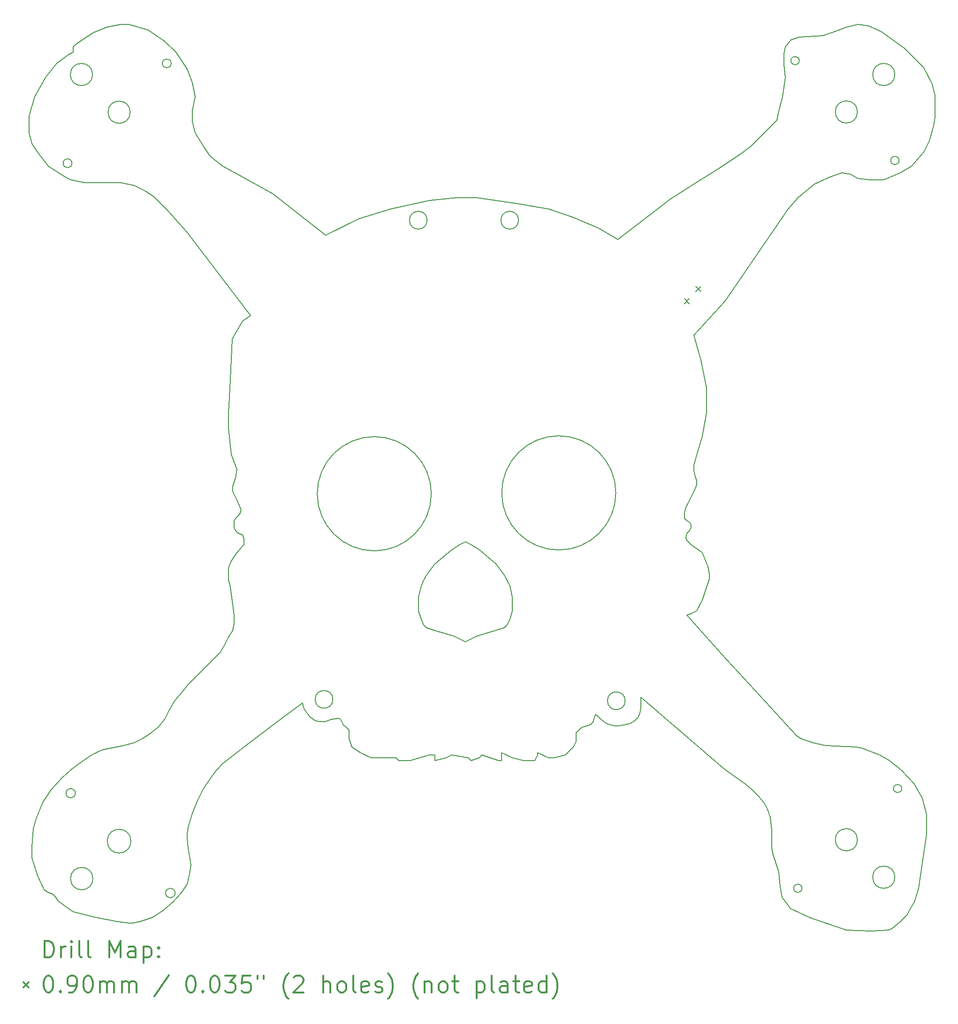
<source format=gbr>
%FSLAX45Y45*%
G04 Gerber Fmt 4.5, Leading zero omitted, Abs format (unit mm)*
G04 Created by KiCad (PCBNEW (5.0.0-rc2-dev-26-g0d794b2)) date Sunday, July 01, 2018 at 08:50:20 PM*
%MOMM*%
%LPD*%
G01*
G04 APERTURE LIST*
%ADD10C,0.150000*%
%ADD11C,0.200000*%
%ADD12C,0.300000*%
G04 APERTURE END LIST*
D10*
X9482911Y-16333216D02*
X9025000Y-16675000D01*
X9492911Y-16393216D02*
X9482911Y-16333216D01*
X9512911Y-16433216D02*
X9492911Y-16393216D01*
X9552911Y-16503216D02*
X9512911Y-16433216D01*
X9622911Y-16583216D02*
X9552911Y-16503216D01*
X9712911Y-16653216D02*
X9622911Y-16583216D01*
X9792911Y-16673216D02*
X9712911Y-16653216D01*
X9892911Y-16673216D02*
X9792911Y-16673216D01*
X10012911Y-16623216D02*
X9892911Y-16673216D01*
X10132911Y-16613216D02*
X10012911Y-16623216D01*
X10175000Y-16625000D02*
X10132911Y-16613216D01*
X14802911Y-16563216D02*
X14772911Y-16543216D01*
X14852911Y-16613216D02*
X14802911Y-16563216D01*
X14912911Y-16663216D02*
X14852911Y-16613216D01*
X14952911Y-16693216D02*
X14912911Y-16663216D01*
X15012911Y-16723216D02*
X14952911Y-16693216D01*
X15112911Y-16743216D02*
X15012911Y-16723216D01*
X15192911Y-16743216D02*
X15112911Y-16743216D01*
X15282911Y-16733216D02*
X15192911Y-16743216D01*
X15392911Y-16703216D02*
X15282911Y-16733216D01*
X15482911Y-16653216D02*
X15392911Y-16703216D01*
X15542911Y-16593216D02*
X15482911Y-16653216D01*
X15572911Y-16513216D02*
X15542911Y-16593216D01*
X15592911Y-16423216D02*
X15572911Y-16513216D01*
X15593911Y-16226157D02*
X15592911Y-16423216D01*
X14772911Y-16543216D02*
X14725000Y-16675000D01*
X17100000Y-17525000D02*
X15593911Y-16226216D01*
X10032911Y-16268216D02*
G75*
G03X10032911Y-16268216I-160000J0D01*
G01*
X15307911Y-16293216D02*
G75*
G03X15307911Y-16293216I-160000J0D01*
G01*
X17102911Y-9093216D02*
X16550000Y-9700000D01*
X18250000Y-7425000D02*
X17102911Y-9093216D01*
X8175000Y-10675000D02*
X8215411Y-9770716D01*
X8400000Y-9450000D02*
X8215411Y-9770716D01*
X18630411Y-20203216D02*
X19300000Y-20425000D01*
X18075000Y-19350000D02*
X18077911Y-19388216D01*
X18292911Y-20035716D02*
X18630411Y-20203216D01*
X18142911Y-19833216D02*
X18292911Y-20035716D01*
X18105411Y-19648216D02*
X18142911Y-19833216D01*
X18077911Y-19388216D02*
X18105411Y-19648216D01*
X17875000Y-18250000D02*
X17925000Y-18400000D01*
X17950000Y-18625000D02*
X17950000Y-18950000D01*
X17950000Y-18950000D02*
X17975000Y-19075000D01*
X17975000Y-19075000D02*
X18075000Y-19350000D01*
X18050000Y-5825000D02*
X18075000Y-5700000D01*
X17575000Y-6300000D02*
X18050000Y-5825000D01*
X20900000Y-5375000D02*
X20900000Y-5775000D01*
X18425000Y-7225000D02*
X18250000Y-7425000D01*
X18725000Y-6975000D02*
X18425000Y-7225000D01*
X19000000Y-6850000D02*
X18725000Y-6975000D01*
X19225000Y-6775000D02*
X19000000Y-6850000D01*
X19375000Y-6800000D02*
X19225000Y-6775000D01*
X19500000Y-6875000D02*
X19375000Y-6800000D01*
X19725000Y-6900000D02*
X19500000Y-6875000D01*
X19975000Y-6900000D02*
X19725000Y-6900000D01*
X20275000Y-6775000D02*
X19975000Y-6900000D01*
X20475000Y-6650000D02*
X20275000Y-6775000D01*
X20700000Y-6400000D02*
X20475000Y-6650000D01*
X20800000Y-6200000D02*
X20700000Y-6400000D01*
X20875000Y-5925000D02*
X20800000Y-6200000D01*
X20900000Y-5775000D02*
X20875000Y-5925000D01*
X20850000Y-5175000D02*
X20900000Y-5375000D01*
X20700000Y-4875000D02*
X20850000Y-5175000D01*
X20350000Y-4525000D02*
X20700000Y-4875000D01*
X19925000Y-4225000D02*
X20350000Y-4525000D01*
X19700000Y-4125000D02*
X19925000Y-4225000D01*
X19500000Y-4100000D02*
X19700000Y-4125000D01*
X19300000Y-4150000D02*
X19500000Y-4100000D01*
X19100000Y-4225000D02*
X19300000Y-4150000D01*
X18875000Y-4300000D02*
X19100000Y-4225000D01*
X18450000Y-4325000D02*
X18875000Y-4300000D01*
X18300000Y-4375000D02*
X18450000Y-4325000D01*
X18200000Y-4500000D02*
X18300000Y-4375000D01*
X18175000Y-4625000D02*
X18200000Y-4500000D01*
X18175000Y-4825000D02*
X18175000Y-4625000D01*
X18200000Y-5050000D02*
X18175000Y-4825000D01*
X18150000Y-5400000D02*
X18200000Y-5050000D01*
X18075000Y-5700000D02*
X18150000Y-5400000D01*
X18450000Y-4750000D02*
G75*
G03X18450000Y-4750000I-75000J0D01*
G01*
X20175000Y-5000000D02*
G75*
G03X20175000Y-5000000I-200000J0D01*
G01*
X20250000Y-6550000D02*
G75*
G03X20250000Y-6550000I-75000J0D01*
G01*
X19500000Y-5675000D02*
G75*
G03X19500000Y-5675000I-200000J0D01*
G01*
X17400000Y-6425000D02*
X17575000Y-6300000D01*
X17175000Y-6575000D02*
X17400000Y-6425000D01*
X17000000Y-6700000D02*
X17175000Y-6575000D01*
X16550000Y-6975000D02*
X17000000Y-6700000D01*
X16125000Y-7250000D02*
X16550000Y-6975000D01*
X15175000Y-7975000D02*
X16125000Y-7250000D01*
X19750000Y-20450000D02*
X19300000Y-20425000D01*
X20050000Y-20425000D02*
X19750000Y-20450000D01*
X16500000Y-14725000D02*
X16600000Y-14675000D01*
X16425000Y-14750000D02*
X16500000Y-14725000D01*
X17050000Y-15450000D02*
X16425000Y-14750000D01*
X17650000Y-16100000D02*
X17050000Y-15450000D01*
X18400000Y-16925000D02*
X17650000Y-16100000D01*
X18475000Y-16975000D02*
X18400000Y-16925000D01*
X18700000Y-17050000D02*
X18475000Y-16975000D01*
X18925000Y-17100000D02*
X18700000Y-17050000D01*
X19475000Y-17125000D02*
X18925000Y-17100000D01*
X19600000Y-17150000D02*
X19475000Y-17125000D01*
X19900000Y-17275000D02*
X19600000Y-17150000D01*
X20075000Y-17375000D02*
X19900000Y-17275000D01*
X20300000Y-17550000D02*
X20075000Y-17375000D01*
X20525000Y-17800000D02*
X20300000Y-17550000D01*
X20675000Y-18050000D02*
X20525000Y-17800000D01*
X20750000Y-18350000D02*
X20675000Y-18050000D01*
X20750000Y-18700000D02*
X20750000Y-18350000D01*
X20600000Y-19675000D02*
X20750000Y-18700000D01*
X20525000Y-19925000D02*
X20600000Y-19675000D01*
X20450000Y-20050000D02*
X20525000Y-19925000D01*
X20400000Y-20150000D02*
X20450000Y-20050000D01*
X20275000Y-20275000D02*
X20400000Y-20150000D01*
X20125000Y-20400000D02*
X20275000Y-20275000D01*
X20050000Y-20425000D02*
X20125000Y-20400000D01*
X17925000Y-18400000D02*
X17950000Y-18625000D01*
X17825000Y-18150000D02*
X17875000Y-18250000D01*
X17725000Y-18025000D02*
X17825000Y-18150000D01*
X17600000Y-17900000D02*
X17725000Y-18025000D01*
X17475000Y-17800000D02*
X17600000Y-17900000D01*
X17275000Y-17650000D02*
X17475000Y-17800000D01*
X17100000Y-17525000D02*
X17275000Y-17650000D01*
X8500000Y-17075000D02*
X9025000Y-16675000D01*
X8050000Y-17425000D02*
X8500000Y-17075000D01*
X7925000Y-17550000D02*
X8050000Y-17425000D01*
X7850000Y-17650000D02*
X7925000Y-17550000D01*
X7700000Y-17875000D02*
X7850000Y-17650000D01*
X7600000Y-18075000D02*
X7700000Y-17875000D01*
X7500000Y-18325000D02*
X7600000Y-18075000D01*
X7425000Y-18575000D02*
X7500000Y-18325000D01*
X7400000Y-18700000D02*
X7425000Y-18575000D01*
X7400000Y-18775000D02*
X7400000Y-18700000D01*
X7425000Y-18950000D02*
X7400000Y-18775000D01*
X7450000Y-19100000D02*
X7425000Y-18950000D01*
X7475000Y-19250000D02*
X7450000Y-19100000D01*
X7450000Y-19425000D02*
X7475000Y-19250000D01*
X7400000Y-19600000D02*
X7450000Y-19425000D01*
X7300000Y-19750000D02*
X7400000Y-19600000D01*
X7150000Y-19925000D02*
X7300000Y-19750000D01*
X6975000Y-20075000D02*
X7150000Y-19925000D01*
X6775000Y-20200000D02*
X6975000Y-20075000D01*
X6550000Y-20275000D02*
X6775000Y-20200000D01*
X6425000Y-20300000D02*
X6550000Y-20275000D01*
X6350000Y-20300000D02*
X6425000Y-20300000D01*
X6150000Y-20275000D02*
X6350000Y-20300000D01*
X5750000Y-20200000D02*
X6150000Y-20275000D01*
X5350000Y-20100000D02*
X5750000Y-20200000D01*
X5200000Y-20000000D02*
X5350000Y-20100000D01*
X5075000Y-19900000D02*
X5200000Y-20000000D01*
X5025000Y-19825000D02*
X5075000Y-19900000D01*
X4975000Y-19775000D02*
X5025000Y-19825000D01*
X4900000Y-19750000D02*
X4975000Y-19775000D01*
X4825000Y-19700000D02*
X4900000Y-19750000D01*
X4700000Y-19450000D02*
X4825000Y-19700000D01*
X4600000Y-19125000D02*
X4700000Y-19450000D01*
X4600000Y-18925000D02*
X4600000Y-19125000D01*
X4625000Y-18600000D02*
X4600000Y-18925000D01*
X4675000Y-18425000D02*
X4625000Y-18600000D01*
X4800000Y-18125000D02*
X4675000Y-18425000D01*
X4950000Y-17900000D02*
X4800000Y-18125000D01*
X5150000Y-17675000D02*
X4950000Y-17900000D01*
X5325000Y-17525000D02*
X5150000Y-17675000D01*
X5425000Y-17450000D02*
X5325000Y-17525000D01*
X5675000Y-17275000D02*
X5425000Y-17450000D01*
X5875000Y-17175000D02*
X5675000Y-17275000D01*
X6000000Y-17150000D02*
X5875000Y-17175000D01*
X6250000Y-17100000D02*
X6000000Y-17150000D01*
X6450000Y-17050000D02*
X6250000Y-17100000D01*
X6600000Y-16975000D02*
X6450000Y-17050000D01*
X6750000Y-16875000D02*
X6600000Y-16975000D01*
X6875000Y-16775000D02*
X6750000Y-16875000D01*
X7000000Y-16625000D02*
X6875000Y-16775000D01*
X7075000Y-16475000D02*
X7000000Y-16625000D01*
X7175000Y-16300000D02*
X7075000Y-16475000D01*
X7275000Y-16175000D02*
X7175000Y-16300000D01*
X7425000Y-16000000D02*
X7275000Y-16175000D01*
X7650000Y-15775000D02*
X7425000Y-16000000D01*
X8000000Y-15425000D02*
X7650000Y-15775000D01*
X8075000Y-15300000D02*
X8000000Y-15425000D01*
X8150000Y-15150000D02*
X8075000Y-15300000D01*
X10500000Y-7600000D02*
X11075000Y-7425000D01*
X9900000Y-7900000D02*
X10500000Y-7600000D01*
X8550000Y-9350000D02*
X8400000Y-9450000D01*
X7400000Y-7850000D02*
X8550000Y-9350000D01*
X7050000Y-7450000D02*
X7400000Y-7850000D01*
X6800000Y-7200000D02*
X7050000Y-7450000D01*
X6650000Y-7100000D02*
X6800000Y-7200000D01*
X6450000Y-7000000D02*
X6650000Y-7100000D01*
X6200000Y-6950000D02*
X6450000Y-7000000D01*
X6100000Y-6950000D02*
X6200000Y-6950000D01*
X5550000Y-6950000D02*
X6100000Y-6950000D01*
X5300000Y-6900000D02*
X5550000Y-6950000D01*
X5200000Y-6850000D02*
X5300000Y-6900000D01*
X4900000Y-6650000D02*
X5200000Y-6850000D01*
X4700000Y-6400000D02*
X4900000Y-6650000D01*
X4600000Y-6250000D02*
X4700000Y-6400000D01*
X4550000Y-6050000D02*
X4600000Y-6250000D01*
X4550000Y-5750000D02*
X4550000Y-6050000D01*
X4650000Y-5400000D02*
X4550000Y-5750000D01*
X4850000Y-5050000D02*
X4650000Y-5400000D01*
X5050000Y-4800000D02*
X4850000Y-5050000D01*
X5250000Y-4650000D02*
X5050000Y-4800000D01*
X5350000Y-4600000D02*
X5250000Y-4650000D01*
X5350000Y-4550000D02*
X5350000Y-4600000D01*
X5350000Y-4500000D02*
X5350000Y-4550000D01*
X5400000Y-4450000D02*
X5350000Y-4500000D01*
X5700000Y-4250000D02*
X5400000Y-4450000D01*
X5950000Y-4150000D02*
X5700000Y-4250000D01*
X6200000Y-4100000D02*
X5950000Y-4150000D01*
X6350000Y-4100000D02*
X6200000Y-4100000D01*
X6700000Y-4200000D02*
X6350000Y-4100000D01*
X7000000Y-4400000D02*
X6700000Y-4200000D01*
X7200000Y-4600000D02*
X7000000Y-4400000D01*
X7400000Y-4900000D02*
X7200000Y-4600000D01*
X7500000Y-5150000D02*
X7400000Y-4900000D01*
X7550000Y-5400000D02*
X7500000Y-5150000D01*
X7500000Y-5650000D02*
X7550000Y-5400000D01*
X7500000Y-5850000D02*
X7500000Y-5650000D01*
X7550000Y-6050000D02*
X7500000Y-5850000D01*
X7700000Y-6300000D02*
X7550000Y-6050000D01*
X7800000Y-6450000D02*
X7700000Y-6300000D01*
X7850000Y-6500000D02*
X7800000Y-6450000D01*
X8050000Y-6650000D02*
X7850000Y-6500000D01*
X8400000Y-6850000D02*
X8050000Y-6650000D01*
X8950000Y-7150000D02*
X8400000Y-6850000D01*
X9900000Y-7900000D02*
X8950000Y-7150000D01*
X8225000Y-15025000D02*
X8150000Y-15150000D01*
X20175000Y-19475000D02*
G75*
G03X20175000Y-19475000I-200000J0D01*
G01*
X19500000Y-18800000D02*
G75*
G03X19500000Y-18800000I-200000J0D01*
G01*
X18500000Y-19675000D02*
G75*
G03X18500000Y-19675000I-75000J0D01*
G01*
X20300000Y-17875000D02*
G75*
G03X20300000Y-17875000I-75000J0D01*
G01*
X5384853Y-17960000D02*
G75*
G03X5384853Y-17960000I-84853J0D01*
G01*
X7186023Y-19760000D02*
G75*
G03X7186023Y-19760000I-86023J0D01*
G01*
X6388600Y-18825000D02*
G75*
G03X6388600Y-18825000I-213600J0D01*
G01*
X5701556Y-19500000D02*
G75*
G03X5701556Y-19500000I-201556J0D01*
G01*
X5695000Y-5000000D02*
G75*
G03X5695000Y-5000000I-200000J0D01*
G01*
X6375000Y-5680000D02*
G75*
G03X6375000Y-5680000I-200000J0D01*
G01*
X7115000Y-4800000D02*
G75*
G03X7115000Y-4800000I-80000J0D01*
G01*
X5325000Y-6600000D02*
G75*
G03X5325000Y-6600000I-80000J0D01*
G01*
X16675000Y-10150000D02*
X16550000Y-9700000D01*
X16775000Y-10650000D02*
X16675000Y-10150000D01*
X16775000Y-11100000D02*
X16775000Y-10650000D01*
X16700000Y-11525000D02*
X16775000Y-11100000D01*
X16625000Y-11775000D02*
X16700000Y-11525000D01*
X16575000Y-11950000D02*
X16625000Y-11775000D01*
X16550000Y-12050000D02*
X16575000Y-11950000D01*
X16550000Y-12150000D02*
X16550000Y-12050000D01*
X16575000Y-12250000D02*
X16550000Y-12150000D01*
X16600000Y-12325000D02*
X16575000Y-12250000D01*
X16600000Y-12400000D02*
X16600000Y-12325000D01*
X16550000Y-12525000D02*
X16600000Y-12400000D01*
X16450000Y-12725000D02*
X16550000Y-12525000D01*
X16400000Y-12800000D02*
X16450000Y-12725000D01*
X16375000Y-12900000D02*
X16400000Y-12800000D01*
X16375000Y-13000000D02*
X16375000Y-12900000D01*
X16425000Y-13050000D02*
X16375000Y-13000000D01*
X16475000Y-13075000D02*
X16425000Y-13050000D01*
X16500000Y-13125000D02*
X16475000Y-13075000D01*
X16500000Y-13175000D02*
X16500000Y-13125000D01*
X16475000Y-13225000D02*
X16500000Y-13175000D01*
X16450000Y-13250000D02*
X16475000Y-13225000D01*
X16425000Y-13275000D02*
X16450000Y-13250000D01*
X16400000Y-13350000D02*
X16425000Y-13275000D01*
X16425000Y-13400000D02*
X16400000Y-13350000D01*
X16500000Y-13475000D02*
X16425000Y-13400000D01*
X16700000Y-13625000D02*
X16500000Y-13475000D01*
X16800000Y-13875000D02*
X16700000Y-13625000D01*
X16825000Y-14000000D02*
X16800000Y-13875000D01*
X16825000Y-14100000D02*
X16825000Y-14000000D01*
X16700000Y-14475000D02*
X16825000Y-14100000D01*
X16600000Y-14675000D02*
X16700000Y-14475000D01*
X8250000Y-14900000D02*
X8225000Y-15025000D01*
X8250000Y-14750000D02*
X8250000Y-14900000D01*
X8225000Y-14550000D02*
X8250000Y-14750000D01*
X8200000Y-14375000D02*
X8225000Y-14550000D01*
X8175000Y-14200000D02*
X8200000Y-14375000D01*
X8150000Y-14125000D02*
X8175000Y-14200000D01*
X8150000Y-14000000D02*
X8150000Y-14125000D01*
X8150000Y-13900000D02*
X8150000Y-14000000D01*
X8200000Y-13775000D02*
X8150000Y-13900000D01*
X8300000Y-13625000D02*
X8200000Y-13775000D01*
X8425000Y-13475000D02*
X8300000Y-13625000D01*
X8425000Y-13375000D02*
X8425000Y-13475000D01*
X8400000Y-13300000D02*
X8425000Y-13375000D01*
X8325000Y-13275000D02*
X8400000Y-13300000D01*
X8275000Y-13225000D02*
X8325000Y-13275000D01*
X8250000Y-13175000D02*
X8275000Y-13225000D01*
X8250000Y-13125000D02*
X8250000Y-13175000D01*
X8250000Y-13050000D02*
X8250000Y-13125000D01*
X8300000Y-12975000D02*
X8250000Y-13050000D01*
X8350000Y-12925000D02*
X8300000Y-12975000D01*
X8375000Y-12850000D02*
X8350000Y-12925000D01*
X8300000Y-12675000D02*
X8375000Y-12850000D01*
X8225000Y-12525000D02*
X8300000Y-12675000D01*
X8225000Y-12425000D02*
X8225000Y-12525000D01*
X8275000Y-12275000D02*
X8225000Y-12425000D01*
X8300000Y-12125000D02*
X8275000Y-12275000D01*
X8200000Y-11850000D02*
X8300000Y-12125000D01*
X8150000Y-11375000D02*
X8200000Y-11850000D01*
X8150000Y-11100000D02*
X8150000Y-11375000D01*
X8175000Y-10675000D02*
X8150000Y-11100000D01*
X13384510Y-7627620D02*
G75*
G03X13384510Y-7627620I-160000J0D01*
G01*
X11734780Y-7627620D02*
G75*
G03X11734780Y-7627620I-160000J0D01*
G01*
X14675000Y-16725000D02*
X14725000Y-16675000D01*
X14525000Y-16775000D02*
X14675000Y-16725000D01*
X14475000Y-16825000D02*
X14525000Y-16775000D01*
X14425000Y-16875000D02*
X14475000Y-16825000D01*
X14425000Y-17025000D02*
X14425000Y-16875000D01*
X14375000Y-17125000D02*
X14425000Y-17025000D01*
X14225000Y-17275000D02*
X14375000Y-17125000D01*
X14025000Y-17325000D02*
X14225000Y-17275000D01*
X13925000Y-17325000D02*
X14025000Y-17325000D01*
X13725000Y-17225000D02*
X13925000Y-17325000D01*
X13725000Y-17275000D02*
X13725000Y-17225000D01*
X13675000Y-17375000D02*
X13725000Y-17275000D01*
X13625000Y-17375000D02*
X13675000Y-17375000D01*
X13475000Y-17375000D02*
X13625000Y-17375000D01*
X13275000Y-17325000D02*
X13475000Y-17375000D01*
X13075000Y-17225000D02*
X13275000Y-17325000D01*
X13075000Y-17375000D02*
X13075000Y-17225000D01*
X13025000Y-17375000D02*
X13075000Y-17375000D01*
X12725000Y-17275000D02*
X13025000Y-17375000D01*
X12675000Y-17325000D02*
X12725000Y-17275000D01*
X12525000Y-17375000D02*
X12675000Y-17325000D01*
X12475000Y-17325000D02*
X12525000Y-17375000D01*
X12175000Y-17275000D02*
X12475000Y-17325000D01*
X12075000Y-17325000D02*
X12175000Y-17275000D01*
X11875000Y-17375000D02*
X12075000Y-17325000D01*
X11875000Y-17275000D02*
X11875000Y-17375000D01*
X11775000Y-17275000D02*
X11875000Y-17275000D01*
X11425000Y-17375000D02*
X11775000Y-17275000D01*
X11225000Y-17375000D02*
X11425000Y-17375000D01*
X11175000Y-17325000D02*
X11225000Y-17375000D01*
X11075000Y-17325000D02*
X11175000Y-17325000D01*
X10725000Y-17325000D02*
X11075000Y-17325000D01*
X10525000Y-17225000D02*
X10725000Y-17325000D01*
X10375000Y-17125000D02*
X10525000Y-17225000D01*
X10325000Y-16975000D02*
X10375000Y-17125000D01*
X10325000Y-16825000D02*
X10325000Y-16975000D01*
X10275000Y-16775000D02*
X10325000Y-16825000D01*
X10225000Y-16725000D02*
X10275000Y-16775000D01*
X10175000Y-16625000D02*
X10225000Y-16725000D01*
X11775000Y-7275000D02*
X11075000Y-7425000D01*
X12275000Y-7225000D02*
X11775000Y-7275000D01*
X12475000Y-7225000D02*
X12275000Y-7225000D01*
X12625000Y-7225000D02*
X12475000Y-7225000D01*
X13325000Y-7325000D02*
X12625000Y-7225000D01*
X13925000Y-7425000D02*
X13325000Y-7325000D01*
X14375000Y-7575000D02*
X13925000Y-7425000D01*
X14825000Y-7775000D02*
X14375000Y-7575000D01*
X15175000Y-7975000D02*
X14825000Y-7775000D01*
X12425680Y-15232380D02*
X12225000Y-15125000D01*
X12625000Y-15125000D02*
X12425680Y-15232380D01*
X13125000Y-14975000D02*
X12625000Y-15125000D01*
X13175000Y-14925000D02*
X13125000Y-14975000D01*
X13225000Y-14825000D02*
X13175000Y-14925000D01*
X13275000Y-14675000D02*
X13225000Y-14825000D01*
X13275000Y-14425000D02*
X13275000Y-14675000D01*
X13225000Y-14225000D02*
X13275000Y-14425000D01*
X13125000Y-14025000D02*
X13225000Y-14225000D01*
X12975000Y-13825000D02*
X13125000Y-14025000D01*
X12675000Y-13575000D02*
X12975000Y-13825000D01*
X12525000Y-13475000D02*
X12675000Y-13575000D01*
X12425000Y-13425000D02*
X12525000Y-13475000D01*
X11875000Y-15025000D02*
X12225000Y-15125000D01*
X11725000Y-14975000D02*
X11875000Y-15025000D01*
X11675000Y-14925000D02*
X11725000Y-14975000D01*
X11625000Y-14825000D02*
X11675000Y-14925000D01*
X11575000Y-14675000D02*
X11625000Y-14825000D01*
X11575000Y-14525000D02*
X11575000Y-14675000D01*
X11575000Y-14425000D02*
X11575000Y-14525000D01*
X11625000Y-14225000D02*
X11575000Y-14425000D01*
X11675000Y-14125000D02*
X11625000Y-14225000D01*
X11725000Y-14025000D02*
X11675000Y-14125000D01*
X11875000Y-13825000D02*
X11725000Y-14025000D01*
X12175000Y-13575000D02*
X11875000Y-13825000D01*
X12325000Y-13475000D02*
X12175000Y-13575000D01*
X12425000Y-13425000D02*
X12325000Y-13475000D01*
X15139563Y-12545000D02*
G75*
G03X15139563Y-12545000I-1029563J0D01*
G01*
X11809563Y-12560000D02*
G75*
G03X11809563Y-12560000I-1029563J0D01*
G01*
D11*
X16377341Y-9040357D02*
X16467341Y-9130357D01*
X16467341Y-9040357D02*
X16377341Y-9130357D01*
X16581174Y-8820238D02*
X16671174Y-8910238D01*
X16671174Y-8820238D02*
X16581174Y-8910238D01*
D12*
X4828928Y-20923214D02*
X4828928Y-20623214D01*
X4900357Y-20623214D01*
X4943214Y-20637500D01*
X4971786Y-20666072D01*
X4986071Y-20694643D01*
X5000357Y-20751786D01*
X5000357Y-20794643D01*
X4986071Y-20851786D01*
X4971786Y-20880357D01*
X4943214Y-20908929D01*
X4900357Y-20923214D01*
X4828928Y-20923214D01*
X5128928Y-20923214D02*
X5128928Y-20723214D01*
X5128928Y-20780357D02*
X5143214Y-20751786D01*
X5157500Y-20737500D01*
X5186071Y-20723214D01*
X5214643Y-20723214D01*
X5314643Y-20923214D02*
X5314643Y-20723214D01*
X5314643Y-20623214D02*
X5300357Y-20637500D01*
X5314643Y-20651786D01*
X5328928Y-20637500D01*
X5314643Y-20623214D01*
X5314643Y-20651786D01*
X5500357Y-20923214D02*
X5471786Y-20908929D01*
X5457500Y-20880357D01*
X5457500Y-20623214D01*
X5657500Y-20923214D02*
X5628928Y-20908929D01*
X5614643Y-20880357D01*
X5614643Y-20623214D01*
X6000357Y-20923214D02*
X6000357Y-20623214D01*
X6100357Y-20837500D01*
X6200357Y-20623214D01*
X6200357Y-20923214D01*
X6471786Y-20923214D02*
X6471786Y-20766072D01*
X6457500Y-20737500D01*
X6428928Y-20723214D01*
X6371786Y-20723214D01*
X6343214Y-20737500D01*
X6471786Y-20908929D02*
X6443214Y-20923214D01*
X6371786Y-20923214D01*
X6343214Y-20908929D01*
X6328928Y-20880357D01*
X6328928Y-20851786D01*
X6343214Y-20823214D01*
X6371786Y-20808929D01*
X6443214Y-20808929D01*
X6471786Y-20794643D01*
X6614643Y-20723214D02*
X6614643Y-21023214D01*
X6614643Y-20737500D02*
X6643214Y-20723214D01*
X6700357Y-20723214D01*
X6728928Y-20737500D01*
X6743214Y-20751786D01*
X6757500Y-20780357D01*
X6757500Y-20866072D01*
X6743214Y-20894643D01*
X6728928Y-20908929D01*
X6700357Y-20923214D01*
X6643214Y-20923214D01*
X6614643Y-20908929D01*
X6886071Y-20894643D02*
X6900357Y-20908929D01*
X6886071Y-20923214D01*
X6871786Y-20908929D01*
X6886071Y-20894643D01*
X6886071Y-20923214D01*
X6886071Y-20737500D02*
X6900357Y-20751786D01*
X6886071Y-20766072D01*
X6871786Y-20751786D01*
X6886071Y-20737500D01*
X6886071Y-20766072D01*
X4452500Y-21372500D02*
X4542500Y-21462500D01*
X4542500Y-21372500D02*
X4452500Y-21462500D01*
X4886071Y-21253214D02*
X4914643Y-21253214D01*
X4943214Y-21267500D01*
X4957500Y-21281786D01*
X4971786Y-21310357D01*
X4986071Y-21367500D01*
X4986071Y-21438929D01*
X4971786Y-21496072D01*
X4957500Y-21524643D01*
X4943214Y-21538929D01*
X4914643Y-21553214D01*
X4886071Y-21553214D01*
X4857500Y-21538929D01*
X4843214Y-21524643D01*
X4828928Y-21496072D01*
X4814643Y-21438929D01*
X4814643Y-21367500D01*
X4828928Y-21310357D01*
X4843214Y-21281786D01*
X4857500Y-21267500D01*
X4886071Y-21253214D01*
X5114643Y-21524643D02*
X5128928Y-21538929D01*
X5114643Y-21553214D01*
X5100357Y-21538929D01*
X5114643Y-21524643D01*
X5114643Y-21553214D01*
X5271786Y-21553214D02*
X5328928Y-21553214D01*
X5357500Y-21538929D01*
X5371786Y-21524643D01*
X5400357Y-21481786D01*
X5414643Y-21424643D01*
X5414643Y-21310357D01*
X5400357Y-21281786D01*
X5386071Y-21267500D01*
X5357500Y-21253214D01*
X5300357Y-21253214D01*
X5271786Y-21267500D01*
X5257500Y-21281786D01*
X5243214Y-21310357D01*
X5243214Y-21381786D01*
X5257500Y-21410357D01*
X5271786Y-21424643D01*
X5300357Y-21438929D01*
X5357500Y-21438929D01*
X5386071Y-21424643D01*
X5400357Y-21410357D01*
X5414643Y-21381786D01*
X5600357Y-21253214D02*
X5628928Y-21253214D01*
X5657500Y-21267500D01*
X5671786Y-21281786D01*
X5686071Y-21310357D01*
X5700357Y-21367500D01*
X5700357Y-21438929D01*
X5686071Y-21496072D01*
X5671786Y-21524643D01*
X5657500Y-21538929D01*
X5628928Y-21553214D01*
X5600357Y-21553214D01*
X5571786Y-21538929D01*
X5557500Y-21524643D01*
X5543214Y-21496072D01*
X5528928Y-21438929D01*
X5528928Y-21367500D01*
X5543214Y-21310357D01*
X5557500Y-21281786D01*
X5571786Y-21267500D01*
X5600357Y-21253214D01*
X5828928Y-21553214D02*
X5828928Y-21353214D01*
X5828928Y-21381786D02*
X5843214Y-21367500D01*
X5871786Y-21353214D01*
X5914643Y-21353214D01*
X5943214Y-21367500D01*
X5957500Y-21396072D01*
X5957500Y-21553214D01*
X5957500Y-21396072D02*
X5971786Y-21367500D01*
X6000357Y-21353214D01*
X6043214Y-21353214D01*
X6071786Y-21367500D01*
X6086071Y-21396072D01*
X6086071Y-21553214D01*
X6228928Y-21553214D02*
X6228928Y-21353214D01*
X6228928Y-21381786D02*
X6243214Y-21367500D01*
X6271786Y-21353214D01*
X6314643Y-21353214D01*
X6343214Y-21367500D01*
X6357500Y-21396072D01*
X6357500Y-21553214D01*
X6357500Y-21396072D02*
X6371786Y-21367500D01*
X6400357Y-21353214D01*
X6443214Y-21353214D01*
X6471786Y-21367500D01*
X6486071Y-21396072D01*
X6486071Y-21553214D01*
X7071786Y-21238929D02*
X6814643Y-21624643D01*
X7457500Y-21253214D02*
X7486071Y-21253214D01*
X7514643Y-21267500D01*
X7528928Y-21281786D01*
X7543214Y-21310357D01*
X7557500Y-21367500D01*
X7557500Y-21438929D01*
X7543214Y-21496072D01*
X7528928Y-21524643D01*
X7514643Y-21538929D01*
X7486071Y-21553214D01*
X7457500Y-21553214D01*
X7428928Y-21538929D01*
X7414643Y-21524643D01*
X7400357Y-21496072D01*
X7386071Y-21438929D01*
X7386071Y-21367500D01*
X7400357Y-21310357D01*
X7414643Y-21281786D01*
X7428928Y-21267500D01*
X7457500Y-21253214D01*
X7686071Y-21524643D02*
X7700357Y-21538929D01*
X7686071Y-21553214D01*
X7671786Y-21538929D01*
X7686071Y-21524643D01*
X7686071Y-21553214D01*
X7886071Y-21253214D02*
X7914643Y-21253214D01*
X7943214Y-21267500D01*
X7957500Y-21281786D01*
X7971786Y-21310357D01*
X7986071Y-21367500D01*
X7986071Y-21438929D01*
X7971786Y-21496072D01*
X7957500Y-21524643D01*
X7943214Y-21538929D01*
X7914643Y-21553214D01*
X7886071Y-21553214D01*
X7857500Y-21538929D01*
X7843214Y-21524643D01*
X7828928Y-21496072D01*
X7814643Y-21438929D01*
X7814643Y-21367500D01*
X7828928Y-21310357D01*
X7843214Y-21281786D01*
X7857500Y-21267500D01*
X7886071Y-21253214D01*
X8086071Y-21253214D02*
X8271786Y-21253214D01*
X8171786Y-21367500D01*
X8214643Y-21367500D01*
X8243214Y-21381786D01*
X8257500Y-21396072D01*
X8271786Y-21424643D01*
X8271786Y-21496072D01*
X8257500Y-21524643D01*
X8243214Y-21538929D01*
X8214643Y-21553214D01*
X8128928Y-21553214D01*
X8100357Y-21538929D01*
X8086071Y-21524643D01*
X8543214Y-21253214D02*
X8400357Y-21253214D01*
X8386071Y-21396072D01*
X8400357Y-21381786D01*
X8428928Y-21367500D01*
X8500357Y-21367500D01*
X8528928Y-21381786D01*
X8543214Y-21396072D01*
X8557500Y-21424643D01*
X8557500Y-21496072D01*
X8543214Y-21524643D01*
X8528928Y-21538929D01*
X8500357Y-21553214D01*
X8428928Y-21553214D01*
X8400357Y-21538929D01*
X8386071Y-21524643D01*
X8671786Y-21253214D02*
X8671786Y-21310357D01*
X8786071Y-21253214D02*
X8786071Y-21310357D01*
X9228928Y-21667500D02*
X9214643Y-21653214D01*
X9186071Y-21610357D01*
X9171786Y-21581786D01*
X9157500Y-21538929D01*
X9143214Y-21467500D01*
X9143214Y-21410357D01*
X9157500Y-21338929D01*
X9171786Y-21296072D01*
X9186071Y-21267500D01*
X9214643Y-21224643D01*
X9228928Y-21210357D01*
X9328928Y-21281786D02*
X9343214Y-21267500D01*
X9371786Y-21253214D01*
X9443214Y-21253214D01*
X9471786Y-21267500D01*
X9486071Y-21281786D01*
X9500357Y-21310357D01*
X9500357Y-21338929D01*
X9486071Y-21381786D01*
X9314643Y-21553214D01*
X9500357Y-21553214D01*
X9857500Y-21553214D02*
X9857500Y-21253214D01*
X9986071Y-21553214D02*
X9986071Y-21396072D01*
X9971786Y-21367500D01*
X9943214Y-21353214D01*
X9900357Y-21353214D01*
X9871786Y-21367500D01*
X9857500Y-21381786D01*
X10171786Y-21553214D02*
X10143214Y-21538929D01*
X10128928Y-21524643D01*
X10114643Y-21496072D01*
X10114643Y-21410357D01*
X10128928Y-21381786D01*
X10143214Y-21367500D01*
X10171786Y-21353214D01*
X10214643Y-21353214D01*
X10243214Y-21367500D01*
X10257500Y-21381786D01*
X10271786Y-21410357D01*
X10271786Y-21496072D01*
X10257500Y-21524643D01*
X10243214Y-21538929D01*
X10214643Y-21553214D01*
X10171786Y-21553214D01*
X10443214Y-21553214D02*
X10414643Y-21538929D01*
X10400357Y-21510357D01*
X10400357Y-21253214D01*
X10671786Y-21538929D02*
X10643214Y-21553214D01*
X10586071Y-21553214D01*
X10557500Y-21538929D01*
X10543214Y-21510357D01*
X10543214Y-21396072D01*
X10557500Y-21367500D01*
X10586071Y-21353214D01*
X10643214Y-21353214D01*
X10671786Y-21367500D01*
X10686071Y-21396072D01*
X10686071Y-21424643D01*
X10543214Y-21453214D01*
X10800357Y-21538929D02*
X10828928Y-21553214D01*
X10886071Y-21553214D01*
X10914643Y-21538929D01*
X10928928Y-21510357D01*
X10928928Y-21496072D01*
X10914643Y-21467500D01*
X10886071Y-21453214D01*
X10843214Y-21453214D01*
X10814643Y-21438929D01*
X10800357Y-21410357D01*
X10800357Y-21396072D01*
X10814643Y-21367500D01*
X10843214Y-21353214D01*
X10886071Y-21353214D01*
X10914643Y-21367500D01*
X11028928Y-21667500D02*
X11043214Y-21653214D01*
X11071786Y-21610357D01*
X11086071Y-21581786D01*
X11100357Y-21538929D01*
X11114643Y-21467500D01*
X11114643Y-21410357D01*
X11100357Y-21338929D01*
X11086071Y-21296072D01*
X11071786Y-21267500D01*
X11043214Y-21224643D01*
X11028928Y-21210357D01*
X11571786Y-21667500D02*
X11557500Y-21653214D01*
X11528928Y-21610357D01*
X11514643Y-21581786D01*
X11500357Y-21538929D01*
X11486071Y-21467500D01*
X11486071Y-21410357D01*
X11500357Y-21338929D01*
X11514643Y-21296072D01*
X11528928Y-21267500D01*
X11557500Y-21224643D01*
X11571786Y-21210357D01*
X11686071Y-21353214D02*
X11686071Y-21553214D01*
X11686071Y-21381786D02*
X11700357Y-21367500D01*
X11728928Y-21353214D01*
X11771786Y-21353214D01*
X11800357Y-21367500D01*
X11814643Y-21396072D01*
X11814643Y-21553214D01*
X12000357Y-21553214D02*
X11971786Y-21538929D01*
X11957500Y-21524643D01*
X11943214Y-21496072D01*
X11943214Y-21410357D01*
X11957500Y-21381786D01*
X11971786Y-21367500D01*
X12000357Y-21353214D01*
X12043214Y-21353214D01*
X12071786Y-21367500D01*
X12086071Y-21381786D01*
X12100357Y-21410357D01*
X12100357Y-21496072D01*
X12086071Y-21524643D01*
X12071786Y-21538929D01*
X12043214Y-21553214D01*
X12000357Y-21553214D01*
X12186071Y-21353214D02*
X12300357Y-21353214D01*
X12228928Y-21253214D02*
X12228928Y-21510357D01*
X12243214Y-21538929D01*
X12271786Y-21553214D01*
X12300357Y-21553214D01*
X12628928Y-21353214D02*
X12628928Y-21653214D01*
X12628928Y-21367500D02*
X12657500Y-21353214D01*
X12714643Y-21353214D01*
X12743214Y-21367500D01*
X12757500Y-21381786D01*
X12771786Y-21410357D01*
X12771786Y-21496072D01*
X12757500Y-21524643D01*
X12743214Y-21538929D01*
X12714643Y-21553214D01*
X12657500Y-21553214D01*
X12628928Y-21538929D01*
X12943214Y-21553214D02*
X12914643Y-21538929D01*
X12900357Y-21510357D01*
X12900357Y-21253214D01*
X13186071Y-21553214D02*
X13186071Y-21396072D01*
X13171786Y-21367500D01*
X13143214Y-21353214D01*
X13086071Y-21353214D01*
X13057500Y-21367500D01*
X13186071Y-21538929D02*
X13157500Y-21553214D01*
X13086071Y-21553214D01*
X13057500Y-21538929D01*
X13043214Y-21510357D01*
X13043214Y-21481786D01*
X13057500Y-21453214D01*
X13086071Y-21438929D01*
X13157500Y-21438929D01*
X13186071Y-21424643D01*
X13286071Y-21353214D02*
X13400357Y-21353214D01*
X13328928Y-21253214D02*
X13328928Y-21510357D01*
X13343214Y-21538929D01*
X13371786Y-21553214D01*
X13400357Y-21553214D01*
X13614643Y-21538929D02*
X13586071Y-21553214D01*
X13528928Y-21553214D01*
X13500357Y-21538929D01*
X13486071Y-21510357D01*
X13486071Y-21396072D01*
X13500357Y-21367500D01*
X13528928Y-21353214D01*
X13586071Y-21353214D01*
X13614643Y-21367500D01*
X13628928Y-21396072D01*
X13628928Y-21424643D01*
X13486071Y-21453214D01*
X13886071Y-21553214D02*
X13886071Y-21253214D01*
X13886071Y-21538929D02*
X13857500Y-21553214D01*
X13800357Y-21553214D01*
X13771786Y-21538929D01*
X13757500Y-21524643D01*
X13743214Y-21496072D01*
X13743214Y-21410357D01*
X13757500Y-21381786D01*
X13771786Y-21367500D01*
X13800357Y-21353214D01*
X13857500Y-21353214D01*
X13886071Y-21367500D01*
X14000357Y-21667500D02*
X14014643Y-21653214D01*
X14043214Y-21610357D01*
X14057500Y-21581786D01*
X14071786Y-21538929D01*
X14086071Y-21467500D01*
X14086071Y-21410357D01*
X14071786Y-21338929D01*
X14057500Y-21296072D01*
X14043214Y-21267500D01*
X14014643Y-21224643D01*
X14000357Y-21210357D01*
M02*

</source>
